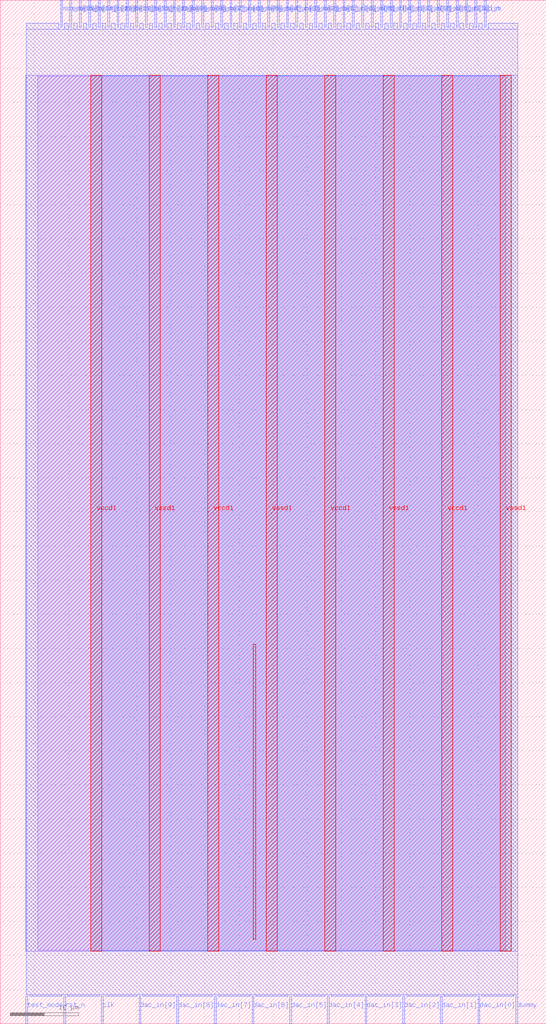
<source format=lef>
VERSION 5.7 ;
  NOWIREEXTENSIONATPIN ON ;
  DIVIDERCHAR "/" ;
  BUSBITCHARS "[]" ;
MACRO dac_con
  CLASS BLOCK ;
  FOREIGN dac_con ;
  ORIGIN 0.000 0.000 ;
  SIZE 80.000 BY 150.000 ;
  PIN clk
    DIRECTION INPUT ;
    USE SIGNAL ;
    PORT
      LAYER met2 ;
        RECT 14.810 0.000 15.090 4.000 ;
    END
  END clk
  PIN dac_in[0]
    DIRECTION INPUT ;
    USE SIGNAL ;
    PORT
      LAYER met2 ;
        RECT 70.010 0.000 70.290 4.000 ;
    END
  END dac_in[0]
  PIN dac_in[1]
    DIRECTION INPUT ;
    USE SIGNAL ;
    PORT
      LAYER met2 ;
        RECT 64.490 0.000 64.770 4.000 ;
    END
  END dac_in[1]
  PIN dac_in[2]
    DIRECTION INPUT ;
    USE SIGNAL ;
    PORT
      LAYER met2 ;
        RECT 58.970 0.000 59.250 4.000 ;
    END
  END dac_in[2]
  PIN dac_in[3]
    DIRECTION INPUT ;
    USE SIGNAL ;
    PORT
      LAYER met2 ;
        RECT 53.450 0.000 53.730 4.000 ;
    END
  END dac_in[3]
  PIN dac_in[4]
    DIRECTION INPUT ;
    USE SIGNAL ;
    PORT
      LAYER met2 ;
        RECT 47.930 0.000 48.210 4.000 ;
    END
  END dac_in[4]
  PIN dac_in[5]
    DIRECTION INPUT ;
    USE SIGNAL ;
    PORT
      LAYER met2 ;
        RECT 42.410 0.000 42.690 4.000 ;
    END
  END dac_in[5]
  PIN dac_in[6]
    DIRECTION INPUT ;
    USE SIGNAL ;
    PORT
      LAYER met2 ;
        RECT 36.890 0.000 37.170 4.000 ;
    END
  END dac_in[6]
  PIN dac_in[7]
    DIRECTION INPUT ;
    USE SIGNAL ;
    PORT
      LAYER met2 ;
        RECT 31.370 0.000 31.650 4.000 ;
    END
  END dac_in[7]
  PIN dac_in[8]
    DIRECTION INPUT ;
    USE SIGNAL ;
    PORT
      LAYER met2 ;
        RECT 25.850 0.000 26.130 4.000 ;
    END
  END dac_in[8]
  PIN dac_in[9]
    DIRECTION INPUT ;
    USE SIGNAL ;
    PORT
      LAYER met2 ;
        RECT 20.330 0.000 20.610 4.000 ;
    END
  END dac_in[9]
  PIN dummy
    DIRECTION INPUT ;
    USE SIGNAL ;
    PORT
      LAYER met2 ;
        RECT 75.530 0.000 75.810 4.000 ;
    END
  END dummy
  PIN llsb
    DIRECTION OUTPUT TRISTATE ;
    USE SIGNAL ;
    PORT
      LAYER met2 ;
        RECT 70.930 146.000 71.210 150.000 ;
    END
  END llsb
  PIN llsb_n
    DIRECTION OUTPUT TRISTATE ;
    USE SIGNAL ;
    PORT
      LAYER met2 ;
        RECT 69.550 146.000 69.830 150.000 ;
    END
  END llsb_n
  PIN lsb[0]
    DIRECTION OUTPUT TRISTATE ;
    USE SIGNAL ;
    PORT
      LAYER met2 ;
        RECT 68.170 146.000 68.450 150.000 ;
    END
  END lsb[0]
  PIN lsb[1]
    DIRECTION OUTPUT TRISTATE ;
    USE SIGNAL ;
    PORT
      LAYER met2 ;
        RECT 65.410 146.000 65.690 150.000 ;
    END
  END lsb[1]
  PIN lsb[2]
    DIRECTION OUTPUT TRISTATE ;
    USE SIGNAL ;
    PORT
      LAYER met2 ;
        RECT 62.650 146.000 62.930 150.000 ;
    END
  END lsb[2]
  PIN lsb[3]
    DIRECTION OUTPUT TRISTATE ;
    USE SIGNAL ;
    PORT
      LAYER met2 ;
        RECT 59.890 146.000 60.170 150.000 ;
    END
  END lsb[3]
  PIN lsb[4]
    DIRECTION OUTPUT TRISTATE ;
    USE SIGNAL ;
    PORT
      LAYER met2 ;
        RECT 57.130 146.000 57.410 150.000 ;
    END
  END lsb[4]
  PIN lsb[5]
    DIRECTION OUTPUT TRISTATE ;
    USE SIGNAL ;
    PORT
      LAYER met2 ;
        RECT 54.370 146.000 54.650 150.000 ;
    END
  END lsb[5]
  PIN lsb_n[0]
    DIRECTION OUTPUT TRISTATE ;
    USE SIGNAL ;
    PORT
      LAYER met2 ;
        RECT 66.790 146.000 67.070 150.000 ;
    END
  END lsb_n[0]
  PIN lsb_n[1]
    DIRECTION OUTPUT TRISTATE ;
    USE SIGNAL ;
    PORT
      LAYER met2 ;
        RECT 64.030 146.000 64.310 150.000 ;
    END
  END lsb_n[1]
  PIN lsb_n[2]
    DIRECTION OUTPUT TRISTATE ;
    USE SIGNAL ;
    PORT
      LAYER met2 ;
        RECT 61.270 146.000 61.550 150.000 ;
    END
  END lsb_n[2]
  PIN lsb_n[3]
    DIRECTION OUTPUT TRISTATE ;
    USE SIGNAL ;
    PORT
      LAYER met2 ;
        RECT 58.510 146.000 58.790 150.000 ;
    END
  END lsb_n[3]
  PIN lsb_n[4]
    DIRECTION OUTPUT TRISTATE ;
    USE SIGNAL ;
    PORT
      LAYER met2 ;
        RECT 55.750 146.000 56.030 150.000 ;
    END
  END lsb_n[4]
  PIN lsb_n[5]
    DIRECTION OUTPUT TRISTATE ;
    USE SIGNAL ;
    PORT
      LAYER met2 ;
        RECT 52.990 146.000 53.270 150.000 ;
    END
  END lsb_n[5]
  PIN msb[0]
    DIRECTION OUTPUT TRISTATE ;
    USE SIGNAL ;
    PORT
      LAYER met2 ;
        RECT 51.610 146.000 51.890 150.000 ;
    END
  END msb[0]
  PIN msb[10]
    DIRECTION OUTPUT TRISTATE ;
    USE SIGNAL ;
    PORT
      LAYER met2 ;
        RECT 24.010 146.000 24.290 150.000 ;
    END
  END msb[10]
  PIN msb[11]
    DIRECTION OUTPUT TRISTATE ;
    USE SIGNAL ;
    PORT
      LAYER met2 ;
        RECT 21.250 146.000 21.530 150.000 ;
    END
  END msb[11]
  PIN msb[12]
    DIRECTION OUTPUT TRISTATE ;
    USE SIGNAL ;
    PORT
      LAYER met2 ;
        RECT 18.490 146.000 18.770 150.000 ;
    END
  END msb[12]
  PIN msb[13]
    DIRECTION OUTPUT TRISTATE ;
    USE SIGNAL ;
    PORT
      LAYER met2 ;
        RECT 15.730 146.000 16.010 150.000 ;
    END
  END msb[13]
  PIN msb[14]
    DIRECTION OUTPUT TRISTATE ;
    USE SIGNAL ;
    PORT
      LAYER met2 ;
        RECT 12.970 146.000 13.250 150.000 ;
    END
  END msb[14]
  PIN msb[15]
    DIRECTION OUTPUT TRISTATE ;
    USE SIGNAL ;
    PORT
      LAYER met2 ;
        RECT 10.210 146.000 10.490 150.000 ;
    END
  END msb[15]
  PIN msb[1]
    DIRECTION OUTPUT TRISTATE ;
    USE SIGNAL ;
    PORT
      LAYER met2 ;
        RECT 48.850 146.000 49.130 150.000 ;
    END
  END msb[1]
  PIN msb[2]
    DIRECTION OUTPUT TRISTATE ;
    USE SIGNAL ;
    PORT
      LAYER met2 ;
        RECT 46.090 146.000 46.370 150.000 ;
    END
  END msb[2]
  PIN msb[3]
    DIRECTION OUTPUT TRISTATE ;
    USE SIGNAL ;
    PORT
      LAYER met2 ;
        RECT 43.330 146.000 43.610 150.000 ;
    END
  END msb[3]
  PIN msb[4]
    DIRECTION OUTPUT TRISTATE ;
    USE SIGNAL ;
    PORT
      LAYER met2 ;
        RECT 40.570 146.000 40.850 150.000 ;
    END
  END msb[4]
  PIN msb[5]
    DIRECTION OUTPUT TRISTATE ;
    USE SIGNAL ;
    PORT
      LAYER met2 ;
        RECT 37.810 146.000 38.090 150.000 ;
    END
  END msb[5]
  PIN msb[6]
    DIRECTION OUTPUT TRISTATE ;
    USE SIGNAL ;
    PORT
      LAYER met2 ;
        RECT 35.050 146.000 35.330 150.000 ;
    END
  END msb[6]
  PIN msb[7]
    DIRECTION OUTPUT TRISTATE ;
    USE SIGNAL ;
    PORT
      LAYER met2 ;
        RECT 32.290 146.000 32.570 150.000 ;
    END
  END msb[7]
  PIN msb[8]
    DIRECTION OUTPUT TRISTATE ;
    USE SIGNAL ;
    PORT
      LAYER met2 ;
        RECT 29.530 146.000 29.810 150.000 ;
    END
  END msb[8]
  PIN msb[9]
    DIRECTION OUTPUT TRISTATE ;
    USE SIGNAL ;
    PORT
      LAYER met2 ;
        RECT 26.770 146.000 27.050 150.000 ;
    END
  END msb[9]
  PIN msb_n[0]
    DIRECTION OUTPUT TRISTATE ;
    USE SIGNAL ;
    PORT
      LAYER met2 ;
        RECT 50.230 146.000 50.510 150.000 ;
    END
  END msb_n[0]
  PIN msb_n[10]
    DIRECTION OUTPUT TRISTATE ;
    USE SIGNAL ;
    PORT
      LAYER met2 ;
        RECT 22.630 146.000 22.910 150.000 ;
    END
  END msb_n[10]
  PIN msb_n[11]
    DIRECTION OUTPUT TRISTATE ;
    USE SIGNAL ;
    PORT
      LAYER met2 ;
        RECT 19.870 146.000 20.150 150.000 ;
    END
  END msb_n[11]
  PIN msb_n[12]
    DIRECTION OUTPUT TRISTATE ;
    USE SIGNAL ;
    PORT
      LAYER met2 ;
        RECT 17.110 146.000 17.390 150.000 ;
    END
  END msb_n[12]
  PIN msb_n[13]
    DIRECTION OUTPUT TRISTATE ;
    USE SIGNAL ;
    PORT
      LAYER met2 ;
        RECT 14.350 146.000 14.630 150.000 ;
    END
  END msb_n[13]
  PIN msb_n[14]
    DIRECTION OUTPUT TRISTATE ;
    USE SIGNAL ;
    PORT
      LAYER met2 ;
        RECT 11.590 146.000 11.870 150.000 ;
    END
  END msb_n[14]
  PIN msb_n[15]
    DIRECTION OUTPUT TRISTATE ;
    USE SIGNAL ;
    PORT
      LAYER met2 ;
        RECT 8.830 146.000 9.110 150.000 ;
    END
  END msb_n[15]
  PIN msb_n[1]
    DIRECTION OUTPUT TRISTATE ;
    USE SIGNAL ;
    PORT
      LAYER met2 ;
        RECT 47.470 146.000 47.750 150.000 ;
    END
  END msb_n[1]
  PIN msb_n[2]
    DIRECTION OUTPUT TRISTATE ;
    USE SIGNAL ;
    PORT
      LAYER met2 ;
        RECT 44.710 146.000 44.990 150.000 ;
    END
  END msb_n[2]
  PIN msb_n[3]
    DIRECTION OUTPUT TRISTATE ;
    USE SIGNAL ;
    PORT
      LAYER met2 ;
        RECT 41.950 146.000 42.230 150.000 ;
    END
  END msb_n[3]
  PIN msb_n[4]
    DIRECTION OUTPUT TRISTATE ;
    USE SIGNAL ;
    PORT
      LAYER met2 ;
        RECT 39.190 146.000 39.470 150.000 ;
    END
  END msb_n[4]
  PIN msb_n[5]
    DIRECTION OUTPUT TRISTATE ;
    USE SIGNAL ;
    PORT
      LAYER met2 ;
        RECT 36.430 146.000 36.710 150.000 ;
    END
  END msb_n[5]
  PIN msb_n[6]
    DIRECTION OUTPUT TRISTATE ;
    USE SIGNAL ;
    PORT
      LAYER met2 ;
        RECT 33.670 146.000 33.950 150.000 ;
    END
  END msb_n[6]
  PIN msb_n[7]
    DIRECTION OUTPUT TRISTATE ;
    USE SIGNAL ;
    PORT
      LAYER met2 ;
        RECT 30.910 146.000 31.190 150.000 ;
    END
  END msb_n[7]
  PIN msb_n[8]
    DIRECTION OUTPUT TRISTATE ;
    USE SIGNAL ;
    PORT
      LAYER met2 ;
        RECT 28.150 146.000 28.430 150.000 ;
    END
  END msb_n[8]
  PIN msb_n[9]
    DIRECTION OUTPUT TRISTATE ;
    USE SIGNAL ;
    PORT
      LAYER met2 ;
        RECT 25.390 146.000 25.670 150.000 ;
    END
  END msb_n[9]
  PIN rst_n
    DIRECTION INPUT ;
    USE SIGNAL ;
    PORT
      LAYER met2 ;
        RECT 9.290 0.000 9.570 4.000 ;
    END
  END rst_n
  PIN test_mode
    DIRECTION INPUT ;
    USE SIGNAL ;
    PORT
      LAYER met2 ;
        RECT 3.770 0.000 4.050 4.000 ;
    END
  END test_mode
  PIN vccd1
    DIRECTION INOUT ;
    USE POWER ;
    PORT
      LAYER met4 ;
        RECT 13.285 10.640 14.885 138.960 ;
    END
    PORT
      LAYER met4 ;
        RECT 30.420 10.640 32.020 138.960 ;
    END
    PORT
      LAYER met4 ;
        RECT 47.555 10.640 49.155 138.960 ;
    END
    PORT
      LAYER met4 ;
        RECT 64.690 10.640 66.290 138.960 ;
    END
  END vccd1
  PIN vssd1
    DIRECTION INOUT ;
    USE GROUND ;
    PORT
      LAYER met4 ;
        RECT 21.850 10.640 23.450 138.960 ;
    END
    PORT
      LAYER met4 ;
        RECT 38.985 10.640 40.585 138.960 ;
    END
    PORT
      LAYER met4 ;
        RECT 56.120 10.640 57.720 138.960 ;
    END
    PORT
      LAYER met4 ;
        RECT 73.255 10.640 74.855 138.960 ;
    END
  END vssd1
  OBS
      LAYER li1 ;
        RECT 5.520 10.795 74.060 138.805 ;
      LAYER met1 ;
        RECT 3.750 10.640 75.830 138.960 ;
      LAYER met2 ;
        RECT 3.780 145.720 8.550 146.610 ;
        RECT 9.390 145.720 9.930 146.610 ;
        RECT 10.770 145.720 11.310 146.610 ;
        RECT 12.150 145.720 12.690 146.610 ;
        RECT 13.530 145.720 14.070 146.610 ;
        RECT 14.910 145.720 15.450 146.610 ;
        RECT 16.290 145.720 16.830 146.610 ;
        RECT 17.670 145.720 18.210 146.610 ;
        RECT 19.050 145.720 19.590 146.610 ;
        RECT 20.430 145.720 20.970 146.610 ;
        RECT 21.810 145.720 22.350 146.610 ;
        RECT 23.190 145.720 23.730 146.610 ;
        RECT 24.570 145.720 25.110 146.610 ;
        RECT 25.950 145.720 26.490 146.610 ;
        RECT 27.330 145.720 27.870 146.610 ;
        RECT 28.710 145.720 29.250 146.610 ;
        RECT 30.090 145.720 30.630 146.610 ;
        RECT 31.470 145.720 32.010 146.610 ;
        RECT 32.850 145.720 33.390 146.610 ;
        RECT 34.230 145.720 34.770 146.610 ;
        RECT 35.610 145.720 36.150 146.610 ;
        RECT 36.990 145.720 37.530 146.610 ;
        RECT 38.370 145.720 38.910 146.610 ;
        RECT 39.750 145.720 40.290 146.610 ;
        RECT 41.130 145.720 41.670 146.610 ;
        RECT 42.510 145.720 43.050 146.610 ;
        RECT 43.890 145.720 44.430 146.610 ;
        RECT 45.270 145.720 45.810 146.610 ;
        RECT 46.650 145.720 47.190 146.610 ;
        RECT 48.030 145.720 48.570 146.610 ;
        RECT 49.410 145.720 49.950 146.610 ;
        RECT 50.790 145.720 51.330 146.610 ;
        RECT 52.170 145.720 52.710 146.610 ;
        RECT 53.550 145.720 54.090 146.610 ;
        RECT 54.930 145.720 55.470 146.610 ;
        RECT 56.310 145.720 56.850 146.610 ;
        RECT 57.690 145.720 58.230 146.610 ;
        RECT 59.070 145.720 59.610 146.610 ;
        RECT 60.450 145.720 60.990 146.610 ;
        RECT 61.830 145.720 62.370 146.610 ;
        RECT 63.210 145.720 63.750 146.610 ;
        RECT 64.590 145.720 65.130 146.610 ;
        RECT 65.970 145.720 66.510 146.610 ;
        RECT 67.350 145.720 67.890 146.610 ;
        RECT 68.730 145.720 69.270 146.610 ;
        RECT 70.110 145.720 70.650 146.610 ;
        RECT 71.490 145.720 75.800 146.610 ;
        RECT 3.780 4.280 75.800 145.720 ;
        RECT 4.330 4.000 9.010 4.280 ;
        RECT 9.850 4.000 14.530 4.280 ;
        RECT 15.370 4.000 20.050 4.280 ;
        RECT 20.890 4.000 25.570 4.280 ;
        RECT 26.410 4.000 31.090 4.280 ;
        RECT 31.930 4.000 36.610 4.280 ;
        RECT 37.450 4.000 42.130 4.280 ;
        RECT 42.970 4.000 47.650 4.280 ;
        RECT 48.490 4.000 53.170 4.280 ;
        RECT 54.010 4.000 58.690 4.280 ;
        RECT 59.530 4.000 64.210 4.280 ;
        RECT 65.050 4.000 69.730 4.280 ;
        RECT 70.570 4.000 75.250 4.280 ;
      LAYER met3 ;
        RECT 13.295 10.715 74.845 138.885 ;
      LAYER met4 ;
        RECT 37.095 12.415 37.425 55.585 ;
  END
END dac_con
END LIBRARY


</source>
